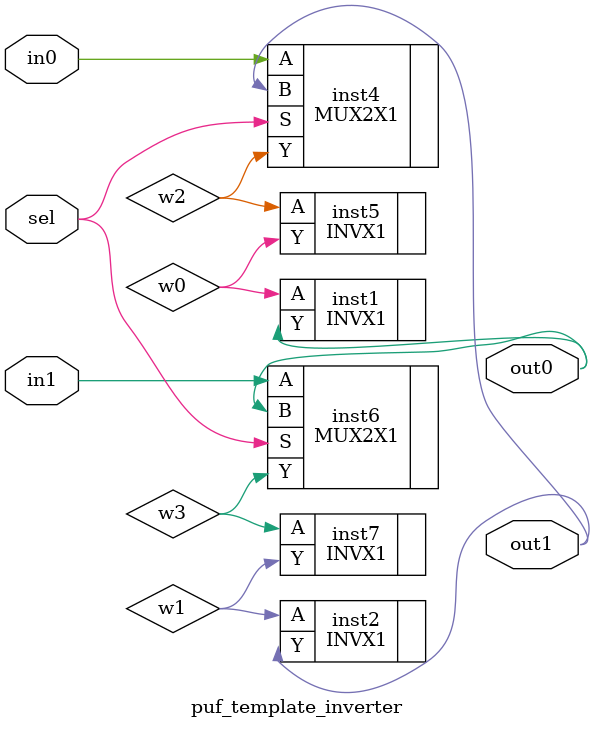
<source format=v>


// Verification Directory fv/puf_nand_template 

module puf_template_inverter(in0, in1, sel, out0, out1);
  input in0, in1, sel;
  output out0, out1;
  wire in0, in1, sel;
  wire out0, out1;
  wire w0,w1,w2,w3;

  INVX1 inst1 (.A (w0), .Y (out0));
  INVX1 inst2 (.A (w1), .Y (out1));
  
  MUX2X1 inst4 ( .A(in0), .B(out1), .S(sel), .Y(w2) );
  INVX1 inst5 ( .A(w2), .Y(w0) );
  MUX2X1 inst6 ( .A(in1), .B(out0), .S(sel), .Y(w3) );
  INVX1 inst7 ( .A(w3), .Y(w1) );

endmodule


</source>
